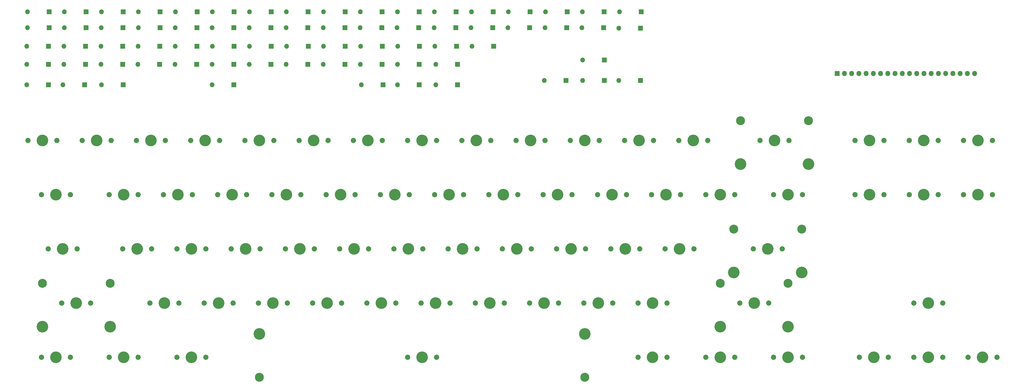
<source format=gts>
%TF.GenerationSoftware,KiCad,Pcbnew,(5.1.6)-1*%
%TF.CreationDate,2020-11-26T21:32:01-06:00*%
%TF.ProjectId,Protomatrix,50726f74-6f6d-4617-9472-69782e6b6963,rev?*%
%TF.SameCoordinates,Original*%
%TF.FileFunction,Soldermask,Top*%
%TF.FilePolarity,Negative*%
%FSLAX46Y46*%
G04 Gerber Fmt 4.6, Leading zero omitted, Abs format (unit mm)*
G04 Created by KiCad (PCBNEW (5.1.6)-1) date 2020-11-26 21:32:01*
%MOMM*%
%LPD*%
G01*
G04 APERTURE LIST*
%ADD10O,1.800000X1.800000*%
%ADD11R,1.800000X1.800000*%
%ADD12C,4.087800*%
%ADD13C,1.850000*%
%ADD14C,3.148000*%
%ADD15O,1.700000X1.700000*%
%ADD16R,1.700000X1.700000*%
G04 APERTURE END LIST*
D10*
%TO.C,J1*%
X195691250Y-49435000D03*
X193151250Y-49435000D03*
X190611250Y-49435000D03*
X188071250Y-49435000D03*
X185531250Y-49435000D03*
X182991250Y-49435000D03*
X180451250Y-49435000D03*
X177911250Y-49435000D03*
X175371250Y-49435000D03*
X172831250Y-49435000D03*
X170291250Y-49435000D03*
X167751250Y-49435000D03*
X165211250Y-49435000D03*
X162671250Y-49435000D03*
X160131250Y-49435000D03*
X157591250Y-49435000D03*
X155051250Y-49435000D03*
X152511250Y-49435000D03*
X149971250Y-49435000D03*
D11*
X147431250Y-49435000D03*
%TD*%
D12*
%TO.C,MX`1*%
X-131762500Y-73025000D03*
D13*
X-136842500Y-73025000D03*
X-126682500Y-73025000D03*
%TD*%
D12*
%TO.C,MX=1*%
X96837500Y-73025000D03*
D13*
X91757500Y-73025000D03*
X101917500Y-73025000D03*
%TD*%
D12*
%TO.C,MX-z1*%
X-88900000Y-130175000D03*
D13*
X-93980000Y-130175000D03*
X-83820000Y-130175000D03*
%TD*%
D12*
%TO.C,MX-Y1*%
X-7937500Y-92075000D03*
D13*
X-13017500Y-92075000D03*
X-2857500Y-92075000D03*
%TD*%
D12*
%TO.C,MX-x1*%
X-69850000Y-130175000D03*
D13*
X-74930000Y-130175000D03*
X-64770000Y-130175000D03*
%TD*%
D12*
%TO.C,MX-W1*%
X-84137500Y-92075000D03*
D13*
X-89217500Y-92075000D03*
X-79057500Y-92075000D03*
%TD*%
D12*
%TO.C,MX-v1*%
X-31750000Y-130175000D03*
D13*
X-36830000Y-130175000D03*
X-26670000Y-130175000D03*
%TD*%
D12*
%TO.C,MX-Up1*%
X179387500Y-130175000D03*
D13*
X174307500Y-130175000D03*
X184467500Y-130175000D03*
%TD*%
D12*
%TO.C,MX-U1*%
X11112500Y-92075000D03*
D13*
X6032500Y-92075000D03*
X16192500Y-92075000D03*
%TD*%
D12*
%TO.C,MX-Tab1*%
X-127000000Y-92075000D03*
D13*
X-132080000Y-92075000D03*
X-121920000Y-92075000D03*
%TD*%
D12*
%TO.C,MX-T1*%
X-26987500Y-92075000D03*
D13*
X-32067500Y-92075000D03*
X-21907500Y-92075000D03*
%TD*%
D12*
%TO.C,MX-Spc1*%
X1587500Y-149225000D03*
D13*
X-3492500Y-149225000D03*
X6667500Y-149225000D03*
D14*
X-55562500Y-156210000D03*
X58737500Y-156210000D03*
D12*
X-55562500Y-140970000D03*
X58737500Y-140970000D03*
%TD*%
%TO.C,MX-s1*%
X-79375000Y-111125000D03*
D13*
X-84455000Y-111125000D03*
X-74295000Y-111125000D03*
%TD*%
D12*
%TO.C,MX-RSys1*%
X106362500Y-149225000D03*
D13*
X101282500Y-149225000D03*
X111442500Y-149225000D03*
%TD*%
D12*
%TO.C,MX-RShift1*%
X118268750Y-130175000D03*
D13*
X113188750Y-130175000D03*
X123348750Y-130175000D03*
D14*
X106362500Y-123190000D03*
X130175000Y-123190000D03*
D12*
X106362500Y-138430000D03*
X130175000Y-138430000D03*
%TD*%
%TO.C,MX-Right1*%
X198501000Y-149225000D03*
D13*
X193421000Y-149225000D03*
X203581000Y-149225000D03*
%TD*%
D12*
%TO.C,MX-RCtrl1*%
X130175000Y-149225000D03*
D13*
X125095000Y-149225000D03*
X135255000Y-149225000D03*
%TD*%
D12*
%TO.C,MX-RAlt1*%
X82550000Y-149225000D03*
D13*
X77470000Y-149225000D03*
X87630000Y-149225000D03*
%TD*%
D12*
%TO.C,MX-R1*%
X-46037500Y-92075000D03*
D13*
X-51117500Y-92075000D03*
X-40957500Y-92075000D03*
%TD*%
D12*
%TO.C,MX-Q1*%
X-103187500Y-92075000D03*
D13*
X-108267500Y-92075000D03*
X-98107500Y-92075000D03*
%TD*%
D12*
%TO.C,MX-PgUp1*%
X196850000Y-73025000D03*
D13*
X191770000Y-73025000D03*
X201930000Y-73025000D03*
%TD*%
D12*
%TO.C,MX-PgDn1*%
X196850000Y-92075000D03*
D13*
X191770000Y-92075000D03*
X201930000Y-92075000D03*
%TD*%
D12*
%TO.C,MX-p1*%
X68326000Y-92075000D03*
D13*
X63246000Y-92075000D03*
X73406000Y-92075000D03*
%TD*%
D12*
%TO.C,MX-O1*%
X49212500Y-92075000D03*
D13*
X44132500Y-92075000D03*
X54292500Y-92075000D03*
%TD*%
D12*
%TO.C,MX-n1*%
X6350000Y-130175000D03*
D13*
X1270000Y-130175000D03*
X11430000Y-130175000D03*
%TD*%
D12*
%TO.C,MX-m1*%
X25400000Y-130175000D03*
D13*
X20320000Y-130175000D03*
X30480000Y-130175000D03*
%TD*%
D12*
%TO.C,MX-LSys1*%
X-103187500Y-149225000D03*
D13*
X-108267500Y-149225000D03*
X-98107500Y-149225000D03*
%TD*%
D12*
%TO.C,MX-LShift1*%
X-119840250Y-130175250D03*
D13*
X-124920250Y-130175250D03*
X-114760250Y-130175250D03*
D14*
X-131746500Y-123190250D03*
X-107934000Y-123190250D03*
D12*
X-131746500Y-138430250D03*
X-107934000Y-138430250D03*
%TD*%
%TO.C,MX-Left1*%
X160274000Y-149225000D03*
D13*
X155194000Y-149225000D03*
X165354000Y-149225000D03*
%TD*%
D12*
%TO.C,MX-LCtrl1*%
X-127000000Y-149225000D03*
D13*
X-132080000Y-149225000D03*
X-121920000Y-149225000D03*
%TD*%
D12*
%TO.C,MX-LAlt1*%
X-79375000Y-149225000D03*
D13*
X-84455000Y-149225000D03*
X-74295000Y-149225000D03*
%TD*%
D12*
%TO.C,MX-l1*%
X53975000Y-111125000D03*
D13*
X48895000Y-111125000D03*
X59055000Y-111125000D03*
%TD*%
D12*
%TO.C,MX-k1*%
X34925000Y-111125000D03*
D13*
X29845000Y-111125000D03*
X40005000Y-111125000D03*
%TD*%
D12*
%TO.C,MX-j1*%
X15875000Y-111125000D03*
D13*
X10795000Y-111125000D03*
X20955000Y-111125000D03*
%TD*%
D12*
%TO.C,MX-Ins1*%
X158750000Y-73025000D03*
D13*
X153670000Y-73025000D03*
X163830000Y-73025000D03*
%TD*%
D12*
%TO.C,MX-i1*%
X30162500Y-92075000D03*
D13*
X25082500Y-92075000D03*
X35242500Y-92075000D03*
%TD*%
D12*
%TO.C,MX-Hm1*%
X177800000Y-73025000D03*
D13*
X172720000Y-73025000D03*
X182880000Y-73025000D03*
%TD*%
D12*
%TO.C,MX-h1*%
X-3175000Y-111125000D03*
D13*
X-8255000Y-111125000D03*
X1905000Y-111125000D03*
%TD*%
D12*
%TO.C,MX-g1*%
X-22225000Y-111125000D03*
D13*
X-27305000Y-111125000D03*
X-17145000Y-111125000D03*
%TD*%
D12*
%TO.C,MX-f1*%
X-41275000Y-111125000D03*
D13*
X-46355000Y-111125000D03*
X-36195000Y-111125000D03*
%TD*%
D12*
%TO.C,MX-Enter1*%
X123031250Y-111125000D03*
D13*
X117951250Y-111125000D03*
X128111250Y-111125000D03*
D14*
X111125000Y-104140000D03*
X134937500Y-104140000D03*
D12*
X111125000Y-119380000D03*
X134937500Y-119380000D03*
%TD*%
%TO.C,MX-end1*%
X177800000Y-92075000D03*
D13*
X172720000Y-92075000D03*
X182880000Y-92075000D03*
%TD*%
D12*
%TO.C,MX-E1*%
X-65087500Y-92075000D03*
D13*
X-70167500Y-92075000D03*
X-60007500Y-92075000D03*
%TD*%
D12*
%TO.C,MX-Down1*%
X179387500Y-149225000D03*
D13*
X174307500Y-149225000D03*
X184467500Y-149225000D03*
%TD*%
D12*
%TO.C,MX-Del1*%
X158750000Y-92075000D03*
D13*
X153670000Y-92075000D03*
X163830000Y-92075000D03*
%TD*%
D12*
%TO.C,MX-d1*%
X-60325000Y-111125000D03*
D13*
X-65405000Y-111125000D03*
X-55245000Y-111125000D03*
%TD*%
D12*
%TO.C,MX-Caps1*%
X-124618750Y-111125000D03*
D13*
X-129698750Y-111125000D03*
X-119538750Y-111125000D03*
%TD*%
D12*
%TO.C,MX-c1*%
X-50800000Y-130175000D03*
D13*
X-55880000Y-130175000D03*
X-45720000Y-130175000D03*
%TD*%
D12*
%TO.C,MX-Bksp1*%
X125412500Y-73025000D03*
D13*
X120332500Y-73025000D03*
X130492500Y-73025000D03*
D14*
X113506250Y-66040000D03*
X137318750Y-66040000D03*
D12*
X113506250Y-81280000D03*
X137318750Y-81280000D03*
%TD*%
%TO.C,MX-b1*%
X-12700000Y-130175000D03*
D13*
X-17780000Y-130175000D03*
X-7620000Y-130175000D03*
%TD*%
D12*
%TO.C,MX-a1*%
X-98425000Y-111125000D03*
D13*
X-103505000Y-111125000D03*
X-93345000Y-111125000D03*
%TD*%
D12*
%TO.C,MX-]1*%
X106362500Y-92075000D03*
D13*
X101282500Y-92075000D03*
X111442500Y-92075000D03*
%TD*%
D12*
%TO.C,MX-\u005C1*%
X130175000Y-92075000D03*
D13*
X125095000Y-92075000D03*
X135255000Y-92075000D03*
%TD*%
D12*
%TO.C,MX-[1*%
X87312500Y-92075000D03*
D13*
X82232500Y-92075000D03*
X92392500Y-92075000D03*
%TD*%
D12*
%TO.C,MX-;1*%
X73025000Y-111125000D03*
D13*
X67945000Y-111125000D03*
X78105000Y-111125000D03*
%TD*%
D12*
%TO.C,MX-/1*%
X82550000Y-130175000D03*
D13*
X77470000Y-130175000D03*
X87630000Y-130175000D03*
%TD*%
D12*
%TO.C,MX-'1*%
X92075000Y-111125000D03*
D13*
X86995000Y-111125000D03*
X97155000Y-111125000D03*
%TD*%
D12*
%TO.C,MX-1*%
X77787500Y-73025000D03*
D13*
X72707500Y-73025000D03*
X82867500Y-73025000D03*
%TD*%
D12*
%TO.C,MX-.1*%
X63500000Y-130175000D03*
D13*
X58420000Y-130175000D03*
X68580000Y-130175000D03*
%TD*%
D12*
%TO.C,MX-\u002C1*%
X44450000Y-130175000D03*
D13*
X39370000Y-130175000D03*
X49530000Y-130175000D03*
%TD*%
D12*
%TO.C,MX9*%
X39687500Y-73025000D03*
D13*
X34607500Y-73025000D03*
X44767500Y-73025000D03*
%TD*%
D12*
%TO.C,MX8*%
X20637500Y-73025000D03*
D13*
X15557500Y-73025000D03*
X25717500Y-73025000D03*
%TD*%
D12*
%TO.C,MX7*%
X1587500Y-73025000D03*
D13*
X-3492500Y-73025000D03*
X6667500Y-73025000D03*
%TD*%
D12*
%TO.C,MX6*%
X-17462500Y-73025000D03*
D13*
X-22542500Y-73025000D03*
X-12382500Y-73025000D03*
%TD*%
D12*
%TO.C,MX5*%
X-36512500Y-73025000D03*
D13*
X-41592500Y-73025000D03*
X-31432500Y-73025000D03*
%TD*%
D12*
%TO.C,MX4*%
X-55562500Y-73025000D03*
D13*
X-60642500Y-73025000D03*
X-50482500Y-73025000D03*
%TD*%
D12*
%TO.C,MX3*%
X-74612500Y-73025000D03*
D13*
X-79692500Y-73025000D03*
X-69532500Y-73025000D03*
%TD*%
D12*
%TO.C,MX2*%
X-93662500Y-73025000D03*
D13*
X-98742500Y-73025000D03*
X-88582500Y-73025000D03*
%TD*%
D12*
%TO.C,MX1*%
X-112712500Y-73025000D03*
D13*
X-117792500Y-73025000D03*
X-107632500Y-73025000D03*
%TD*%
D12*
%TO.C,MX0*%
X58737500Y-73025000D03*
D13*
X53657500Y-73025000D03*
X63817500Y-73025000D03*
%TD*%
D15*
%TO.C,D70*%
X70755000Y-51879750D03*
D16*
X78375000Y-51879750D03*
%TD*%
D15*
%TO.C,D69*%
X58055000Y-51879750D03*
D16*
X65675000Y-51879750D03*
%TD*%
D15*
%TO.C,D68*%
X44561250Y-51879750D03*
D16*
X52181250Y-51879750D03*
%TD*%
D15*
%TO.C,D67*%
X6461250Y-53403750D03*
D16*
X14081250Y-53403750D03*
%TD*%
D15*
%TO.C,D66*%
X-7032500Y-53403750D03*
D16*
X587500Y-53403750D03*
%TD*%
D15*
%TO.C,D65*%
X-19732500Y-53403750D03*
D16*
X-12112500Y-53403750D03*
%TD*%
D15*
%TO.C,D64*%
X-72120000Y-53403750D03*
D16*
X-64500000Y-53403750D03*
%TD*%
D15*
%TO.C,D63*%
X-111013750Y-53403750D03*
D16*
X-103393750Y-53403750D03*
%TD*%
D15*
%TO.C,D62*%
X-124507500Y-53403750D03*
D16*
X-116887500Y-53403750D03*
%TD*%
D15*
%TO.C,D61*%
X-137207500Y-53403750D03*
D16*
X-129587500Y-53403750D03*
%TD*%
D15*
%TO.C,D60*%
X58055000Y-44736000D03*
D16*
X65675000Y-44736000D03*
%TD*%
D15*
%TO.C,D59*%
X6461250Y-46260000D03*
D16*
X14081250Y-46260000D03*
%TD*%
D15*
%TO.C,D58*%
X-7032500Y-46260000D03*
D16*
X587500Y-46260000D03*
%TD*%
D15*
%TO.C,D57*%
X-20050000Y-46260000D03*
D16*
X-12430000Y-46260000D03*
%TD*%
D15*
%TO.C,D56*%
X-33067500Y-46260000D03*
D16*
X-25447500Y-46260000D03*
%TD*%
D15*
%TO.C,D55*%
X-46085000Y-46260000D03*
D16*
X-38465000Y-46260000D03*
%TD*%
D15*
%TO.C,D54*%
X-59102500Y-46260000D03*
D16*
X-51482500Y-46260000D03*
%TD*%
D15*
%TO.C,D53*%
X-72120000Y-46260000D03*
D16*
X-64500000Y-46260000D03*
%TD*%
D15*
%TO.C,D52*%
X-85137500Y-46260000D03*
D16*
X-77517500Y-46260000D03*
%TD*%
D15*
%TO.C,D51*%
X-98155000Y-46260000D03*
D16*
X-90535000Y-46260000D03*
%TD*%
D15*
%TO.C,D50*%
X-111172500Y-46260000D03*
D16*
X-103552500Y-46260000D03*
%TD*%
D15*
%TO.C,D49*%
X-124190000Y-46260000D03*
D16*
X-116570000Y-46260000D03*
%TD*%
D15*
%TO.C,D48*%
X-137207500Y-46260000D03*
D16*
X-129587500Y-46260000D03*
%TD*%
D15*
%TO.C,D47*%
X19161250Y-39910000D03*
D16*
X26781250Y-39910000D03*
%TD*%
D15*
%TO.C,D46*%
X6130519Y-39910000D03*
D16*
X13750519Y-39910000D03*
%TD*%
D15*
%TO.C,D45*%
X-6900210Y-39910000D03*
D16*
X719790Y-39910000D03*
%TD*%
D15*
%TO.C,D44*%
X-19930939Y-39910000D03*
D16*
X-12310939Y-39910000D03*
%TD*%
D15*
%TO.C,D43*%
X-32961668Y-39910000D03*
D16*
X-25341668Y-39910000D03*
%TD*%
D15*
%TO.C,D42*%
X-45992397Y-39910000D03*
D16*
X-38372397Y-39910000D03*
%TD*%
D15*
%TO.C,D41*%
X-59023126Y-39910000D03*
D16*
X-51403126Y-39910000D03*
%TD*%
D15*
%TO.C,D40*%
X-72053855Y-39910000D03*
D16*
X-64433855Y-39910000D03*
%TD*%
D15*
%TO.C,D39*%
X-85084584Y-39910000D03*
D16*
X-77464584Y-39910000D03*
%TD*%
D15*
%TO.C,D38*%
X-98115313Y-39910000D03*
D16*
X-90495313Y-39910000D03*
%TD*%
D15*
%TO.C,D37*%
X-111146042Y-39910000D03*
D16*
X-103526042Y-39910000D03*
%TD*%
D15*
%TO.C,D36*%
X-124176771Y-39910000D03*
D16*
X-116556771Y-39910000D03*
%TD*%
D15*
%TO.C,D35*%
X-137207500Y-39910000D03*
D16*
X-129587500Y-39910000D03*
%TD*%
D15*
%TO.C,D34*%
X-137001250Y-33337500D03*
D16*
X-129381250Y-33337500D03*
%TD*%
D15*
%TO.C,D33*%
X70755000Y-33560000D03*
D16*
X78375000Y-33560000D03*
%TD*%
D15*
%TO.C,D32*%
X57770225Y-33337500D03*
D16*
X65390225Y-33337500D03*
%TD*%
D15*
%TO.C,D31*%
X44785460Y-33337500D03*
D16*
X52405460Y-33337500D03*
%TD*%
D15*
%TO.C,D30*%
X31800695Y-33337500D03*
D16*
X39420695Y-33337500D03*
%TD*%
D15*
%TO.C,D29*%
X18815930Y-33337500D03*
D16*
X26435930Y-33337500D03*
%TD*%
D15*
%TO.C,D28*%
X5831165Y-33337500D03*
D16*
X13451165Y-33337500D03*
%TD*%
D15*
%TO.C,D27*%
X-7153600Y-33337500D03*
D16*
X466400Y-33337500D03*
%TD*%
D15*
%TO.C,D26*%
X-20138365Y-33337500D03*
D16*
X-12518365Y-33337500D03*
%TD*%
D15*
%TO.C,D25*%
X-33123130Y-33337500D03*
D16*
X-25503130Y-33337500D03*
%TD*%
D15*
%TO.C,D24*%
X-46107895Y-33337500D03*
D16*
X-38487895Y-33337500D03*
%TD*%
D15*
%TO.C,D23*%
X-59092660Y-33337500D03*
D16*
X-51472660Y-33337500D03*
%TD*%
D15*
%TO.C,D22*%
X-72077425Y-33337500D03*
D16*
X-64457425Y-33337500D03*
%TD*%
D15*
%TO.C,D21*%
X-85062190Y-33337500D03*
D16*
X-77442190Y-33337500D03*
%TD*%
D15*
%TO.C,D20*%
X-98046955Y-33337500D03*
D16*
X-90426955Y-33337500D03*
%TD*%
D15*
%TO.C,D19*%
X-111031720Y-33337500D03*
D16*
X-103411720Y-33337500D03*
%TD*%
D15*
%TO.C,D18*%
X-124016485Y-33337500D03*
D16*
X-116396485Y-33337500D03*
%TD*%
D15*
%TO.C,D17*%
X70961250Y-27781250D03*
D16*
X78581250Y-27781250D03*
%TD*%
D15*
%TO.C,D16*%
X57963590Y-27781250D03*
D16*
X65583590Y-27781250D03*
%TD*%
D15*
%TO.C,D15*%
X44965934Y-27781250D03*
D16*
X52585934Y-27781250D03*
%TD*%
D15*
%TO.C,D14*%
X31968278Y-27781250D03*
D16*
X39588278Y-27781250D03*
%TD*%
D15*
%TO.C,D13*%
X18970622Y-27781250D03*
D16*
X26590622Y-27781250D03*
%TD*%
D15*
%TO.C,D12*%
X5972966Y-27781250D03*
D16*
X13592966Y-27781250D03*
%TD*%
D15*
%TO.C,D11*%
X-7024690Y-27781250D03*
D16*
X595310Y-27781250D03*
%TD*%
D15*
%TO.C,D10*%
X-20022346Y-27781250D03*
D16*
X-12402346Y-27781250D03*
%TD*%
D15*
%TO.C,D9*%
X-33020002Y-27781250D03*
D16*
X-25400002Y-27781250D03*
%TD*%
D15*
%TO.C,D8*%
X-46017658Y-27781250D03*
D16*
X-38397658Y-27781250D03*
%TD*%
D15*
%TO.C,D7*%
X-59015314Y-27781250D03*
D16*
X-51395314Y-27781250D03*
%TD*%
D15*
%TO.C,D6*%
X-72012970Y-27781250D03*
D16*
X-64392970Y-27781250D03*
%TD*%
D15*
%TO.C,D5*%
X-85010626Y-27781250D03*
D16*
X-77390626Y-27781250D03*
%TD*%
D15*
%TO.C,D4*%
X-98008282Y-27781250D03*
D16*
X-90388282Y-27781250D03*
%TD*%
D15*
%TO.C,D3*%
X-111005938Y-27781250D03*
D16*
X-103385938Y-27781250D03*
%TD*%
D15*
%TO.C,D2*%
X-124003594Y-27781250D03*
D16*
X-116383594Y-27781250D03*
%TD*%
D15*
%TO.C,D1*%
X-137001250Y-27781250D03*
D16*
X-129381250Y-27781250D03*
%TD*%
M02*

</source>
